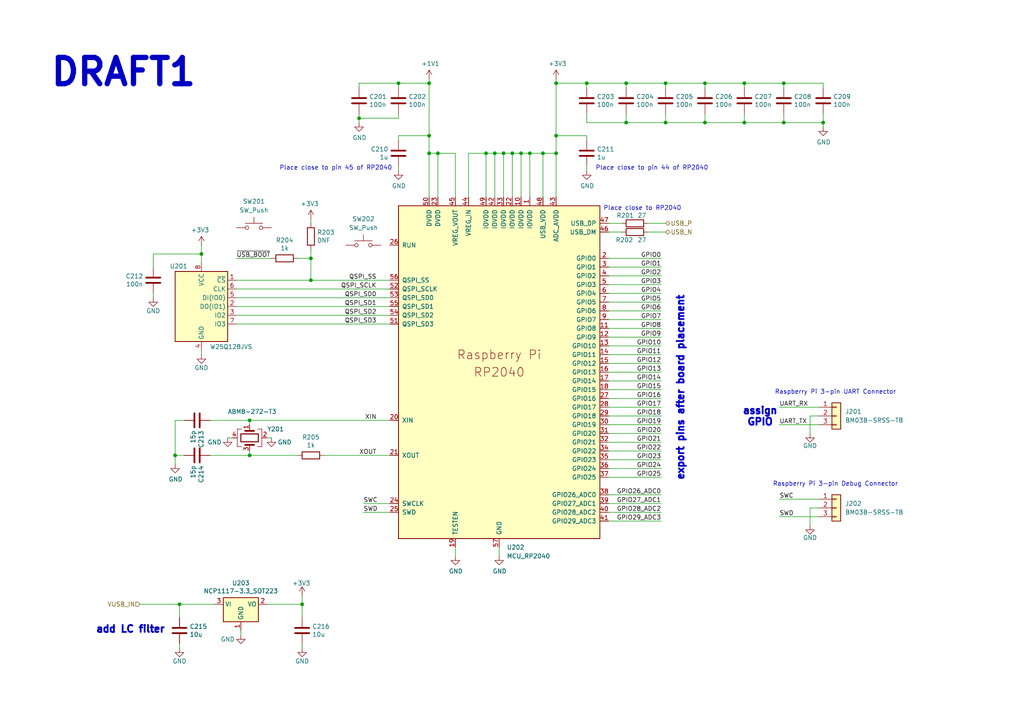
<source format=kicad_sch>
(kicad_sch (version 20231120) (generator "eeschema") (generator_version "8.0")
  (paper "A4")
  (lib_symbols
    (symbol "Connector_Generic:Conn_01x03" (pin_names (offset 1.016) hide)
      (property "Reference" "J" (at 0 5.08 0))
      (property "Value" "Conn_01x03" (at 0 -5.08 0))
      (symbol "Conn_01x03_1_1"
        (rectangle (start -1.27 -2.413) (end 0 -2.667) (stroke (width 0.1524)))
        (rectangle (start -1.27 0.127) (end 0 -0.127) (stroke (width 0.1524)))
        (rectangle (start -1.27 2.667) (end 0 2.413) (stroke (width 0.1524)))
        (rectangle (start -1.27 3.81) (end 1.27 -3.81) (stroke (width 0.254)) (fill (type background)))
        (pin passive line (at -5.08 2.54 0) (length 3.81) (name "Pin_1") (number "1"))
        (pin passive line (at -5.08 0 0) (length 3.81) (name "Pin_2") (number "2"))
        (pin passive line (at -5.08 -2.54 0) (length 3.81) (name "Pin_3") (number "3"))
      )
    )
    (symbol "Device:C" (pin_numbers hide) (pin_names (offset 0.254))
      (property "Reference" "C" (at 0.635 2.54 0))
      (property "Value" "C" (at 0.635 -2.54 0))
      (symbol "C_0_1"
        (polyline (pts (xy -2.032 -0.762) (xy 2.032 -0.762)) (stroke (width 0.508)))
        (polyline (pts (xy -2.032 0.762) (xy 2.032 0.762)) (stroke (width 0.508)))
      )
      (symbol "C_1_1"
        (pin passive line (at 0 3.81 270) (length 2.794) (name "~") (number "1"))
        (pin passive line (at 0 -3.81 90) (length 2.794) (name "~") (number "2"))
      )
    )
    (symbol "Device:Crystal_GND24" (pin_names (offset 1.016) hide)
      (property "Reference" "Y" (at 3.175 5.08 0))
      (property "Value" "Crystal_GND24" (at 3.175 3.175 0))
      (symbol "Crystal_GND24_0_1"
        (rectangle (start -1.143 2.54) (end 1.143 -2.54) (stroke (width 0.3048)))
        (polyline (pts (xy -2.54 0) (xy -2.032 0)))
        (polyline (pts (xy -2.032 -1.27) (xy -2.032 1.27)) (stroke (width 0.508)))
        (polyline (pts (xy 0 -3.81) (xy 0 -3.556)))
        (polyline (pts (xy 0 3.556) (xy 0 3.81)))
        (polyline (pts (xy 2.032 -1.27) (xy 2.032 1.27)) (stroke (width 0.508)))
        (polyline (pts (xy 2.032 0) (xy 2.54 0)))
        (polyline (pts (xy -2.54 -2.286) (xy -2.54 -3.556) (xy 2.54 -3.556) (xy 2.54 -2.286)))
        (polyline (pts (xy -2.54 2.286) (xy -2.54 3.556) (xy 2.54 3.556) (xy 2.54 2.286)))
      )
      (symbol "Crystal_GND24_1_1"
        (pin passive line (at -3.81 0 0) (length 1.27) (name "1") (number "1"))
        (pin passive line (at 0 5.08 270) (length 1.27) (name "2") (number "2"))
        (pin passive line (at 3.81 0 180) (length 1.27) (name "3") (number "3"))
        (pin passive line (at 0 -5.08 90) (length 1.27) (name "4") (number "4"))
      )
    )
    (symbol "Device:R" (pin_numbers hide) (pin_names (offset 0))
      (property "Reference" "R" (at 2.032 0 90))
      (property "Value" "R" (at 0 0 90))
      (symbol "R_0_1"
        (rectangle (start -1.016 -2.54) (end 1.016 2.54) (stroke (width 0.254)))
      )
      (symbol "R_1_1"
        (pin passive line (at 0 3.81 270) (length 1.27) (name "~") (number "1"))
        (pin passive line (at 0 -3.81 90) (length 1.27) (name "~") (number "2"))
      )
    )
    (symbol "LC_RFE:MCU_RP2040" (pin_names (offset 1.016))
      (property "Reference" "U2" (at -27.94 49.53 0))
      (property "Value" "MCU_RP2040" (at 25.4 -49.784 0))
      (symbol "MCU_RP2040_0_0"
        (text "Raspberry Pi" (at 0 5.08 0) (effects (font (size 2.54 2.54))))
        (text "RP2040" (at 0 0 0) (effects (font (size 2.54 2.54))))
      )
      (symbol "MCU_RP2040_0_1"
        (rectangle (start -29.21 48.26) (end 29.21 -48.26) (stroke (width 0.254)) (fill (type background)))
      )
      (symbol "MCU_RP2040_1_1"
        (pin power_in line (at 8.89 50.8 270) (length 2.54) (name "IOVDD") (number "1"))
        (pin power_in line (at 6.35 50.8 270) (length 2.54) (name "IOVDD") (number "10"))
        (pin bidirectional line (at 31.75 12.7 180) (length 2.54) (name "GPIO8") (number "11"))
        (pin bidirectional line (at 31.75 10.16 180) (length 2.54) (name "GPIO9") (number "12"))
        (pin bidirectional line (at 31.75 7.62 180) (length 2.54) (name "GPIO10") (number "13"))
        (pin bidirectional line (at 31.75 5.08 180) (length 2.54) (name "GPIO11") (number "14"))
        (pin bidirectional line (at 31.75 2.54 180) (length 2.54) (name "GPIO12") (number "15"))
        (pin bidirectional line (at 31.75 0 180) (length 2.54) (name "GPIO13") (number "16"))
        (pin bidirectional line (at 31.75 -2.54 180) (length 2.54) (name "GPIO14") (number "17"))
        (pin bidirectional line (at 31.75 -5.08 180) (length 2.54) (name "GPIO15") (number "18"))
        (pin passive line (at -12.7 -50.8 90) (length 2.54) (name "TESTEN") (number "19"))
        (pin bidirectional line (at 31.75 33.02 180) (length 2.54) (name "GPIO0") (number "2"))
        (pin input line (at -31.75 -13.97 0) (length 2.54) (name "XIN") (number "20"))
        (pin passive line (at -31.75 -24.13 0) (length 2.54) (name "XOUT") (number "21"))
        (pin power_in line (at 3.81 50.8 270) (length 2.54) (name "IOVDD") (number "22"))
        (pin power_in line (at -17.78 50.8 270) (length 2.54) (name "DVDD") (number "23"))
        (pin output line (at -31.75 -38.1 0) (length 2.54) (name "SWCLK") (number "24"))
        (pin bidirectional line (at -31.75 -40.64 0) (length 2.54) (name "SWD") (number "25"))
        (pin input line (at -31.75 36.83 0) (length 2.54) (name "RUN") (number "26"))
        (pin bidirectional line (at 31.75 -7.62 180) (length 2.54) (name "GPIO16") (number "27"))
        (pin bidirectional line (at 31.75 -10.16 180) (length 2.54) (name "GPIO17") (number "28"))
        (pin bidirectional line (at 31.75 -12.7 180) (length 2.54) (name "GPIO18") (number "29"))
        (pin bidirectional line (at 31.75 30.48 180) (length 2.54) (name "GPIO1") (number "3"))
        (pin bidirectional line (at 31.75 -15.24 180) (length 2.54) (name "GPIO19") (number "30"))
        (pin bidirectional line (at 31.75 -17.78 180) (length 2.54) (name "GPIO20") (number "31"))
        (pin bidirectional line (at 31.75 -20.32 180) (length 2.54) (name "GPIO21") (number "32"))
        (pin power_in line (at 1.27 50.8 270) (length 2.54) (name "IOVDD") (number "33"))
        (pin bidirectional line (at 31.75 -22.86 180) (length 2.54) (name "GPIO22") (number "34"))
        (pin bidirectional line (at 31.75 -25.4 180) (length 2.54) (name "GPIO23") (number "35"))
        (pin bidirectional line (at 31.75 -27.94 180) (length 2.54) (name "GPIO24") (number "36"))
        (pin bidirectional line (at 31.75 -30.48 180) (length 2.54) (name "GPIO25") (number "37"))
        (pin bidirectional line (at 31.75 -35.56 180) (length 2.54) (name "GPIO26_ADC0") (number "38"))
        (pin bidirectional line (at 31.75 -38.1 180) (length 2.54) (name "GPIO27_ADC1") (number "39"))
        (pin bidirectional line (at 31.75 27.94 180) (length 2.54) (name "GPIO2") (number "4"))
        (pin bidirectional line (at 31.75 -40.64 180) (length 2.54) (name "GPIO28_ADC2") (number "40"))
        (pin bidirectional line (at 31.75 -43.18 180) (length 2.54) (name "GPIO29_ADC3") (number "41"))
        (pin power_in line (at -1.27 50.8 270) (length 2.54) (name "IOVDD") (number "42"))
        (pin power_in line (at 16.51 50.8 270) (length 2.54) (name "ADC_AVDD") (number "43"))
        (pin power_in line (at -8.89 50.8 270) (length 2.54) (name "VREG_IN") (number "44"))
        (pin power_out line (at -12.7 50.8 270) (length 2.54) (name "VREG_VOUT") (number "45"))
        (pin bidirectional line (at 31.75 40.64 180) (length 2.54) (name "USB_DM") (number "46"))
        (pin bidirectional line (at 31.75 43.18 180) (length 2.54) (name "USB_DP") (number "47"))
        (pin power_in line (at 12.7 50.8 270) (length 2.54) (name "USB_VDD") (number "48"))
        (pin power_in line (at -3.81 50.8 270) (length 2.54) (name "IOVDD") (number "49"))
        (pin bidirectional line (at 31.75 25.4 180) (length 2.54) (name "GPIO3") (number "5"))
        (pin power_in line (at -20.32 50.8 270) (length 2.54) (name "DVDD") (number "50"))
        (pin bidirectional line (at -31.75 13.97 0) (length 2.54) (name "QSPI_SD3") (number "51"))
        (pin output line (at -31.75 24.13 0) (length 2.54) (name "QSPI_SCLK") (number "52"))
        (pin bidirectional line (at -31.75 21.59 0) (length 2.54) (name "QSPI_SD0") (number "53"))
        (pin bidirectional line (at -31.75 16.51 0) (length 2.54) (name "QSPI_SD2") (number "54"))
        (pin bidirectional line (at -31.75 19.05 0) (length 2.54) (name "QSPI_SD1") (number "55"))
        (pin bidirectional line (at -31.75 26.67 0) (length 2.54) (name "QSPI_SS") (number "56"))
        (pin power_in line (at 0 -50.8 90) (length 2.54) (name "GND") (number "57"))
        (pin bidirectional line (at 31.75 22.86 180) (length 2.54) (name "GPIO4") (number "6"))
        (pin bidirectional line (at 31.75 20.32 180) (length 2.54) (name "GPIO5") (number "7"))
        (pin bidirectional line (at 31.75 17.78 180) (length 2.54) (name "GPIO6") (number "8"))
        (pin bidirectional line (at 31.75 15.24 180) (length 2.54) (name "GPIO7") (number "9"))
      )
    )
    (symbol "Memory_Flash:W25Q128JVS"
      (property "Reference" "U" (at -8.89 8.89 0))
      (property "Value" "W25Q128JVS" (at 7.62 8.89 0))
      (symbol "W25Q128JVS_0_1"
        (rectangle (start -7.62 10.16) (end 7.62 -10.16) (stroke (width 0.254)) (fill (type background)))
      )
      (symbol "W25Q128JVS_1_1"
        (pin input line (at -10.16 7.62 0) (length 2.54) (name "~{CS}") (number "1"))
        (pin bidirectional line (at -10.16 0 0) (length 2.54) (name "DO(IO1)") (number "2"))
        (pin bidirectional line (at -10.16 -2.54 0) (length 2.54) (name "IO2") (number "3"))
        (pin power_in line (at 0 -12.7 90) (length 2.54) (name "GND") (number "4"))
        (pin bidirectional line (at -10.16 2.54 0) (length 2.54) (name "DI(IO0)") (number "5"))
        (pin input line (at -10.16 5.08 0) (length 2.54) (name "CLK") (number "6"))
        (pin bidirectional line (at -10.16 -5.08 0) (length 2.54) (name "IO3") (number "7"))
        (pin power_in line (at 0 12.7 270) (length 2.54) (name "VCC") (number "8"))
      )
    )
    (symbol "Regulator_Linear:NCP1117-3.3_SOT223"
      (property "Reference" "U" (at -3.81 3.175 0))
      (property "Value" "NCP1117-3.3_SOT223" (at 0 3.175 0))
      (symbol "NCP1117-3.3_SOT223_0_1"
        (rectangle (start -5.08 -5.08) (end 5.08 1.905) (stroke (width 0.254)) (fill (type background)))
      )
      (symbol "NCP1117-3.3_SOT223_1_1"
        (pin power_in line (at 0 -7.62 90) (length 2.54) (name "GND") (number "1"))
        (pin power_out line (at 7.62 0 180) (length 2.54) (name "VO") (number "2"))
        (pin power_in line (at -7.62 0 0) (length 2.54) (name "VI") (number "3"))
      )
    )
    (symbol "Switch:SW_Push" (pin_numbers hide) (pin_names (offset 1.016) hide)
      (property "Reference" "SW" (at 1.27 2.54 0))
      (property "Value" "SW_Push" (at 0 -1.524 0))
      (symbol "SW_Push_0_1"
        (circle (center -2.032 0) (radius 0.508))
        (polyline (pts (xy 0 1.27) (xy 0 3.048)))
        (polyline (pts (xy 2.54 1.27) (xy -2.54 1.27)))
        (circle (center 2.032 0) (radius 0.508))
        (pin passive line (at -5.08 0 0) (length 2.54) (name "1") (number "1"))
        (pin passive line (at 5.08 0 180) (length 2.54) (name "2") (number "2"))
      )
    )
    (symbol "power:+1V1" (power) (pin_names (offset 0))
      (property "Value" "+1V1" (at 0 3.556 0))
      (symbol "+1V1_0_1"
        (polyline (pts (xy -0.762 1.27) (xy 0 2.54)))
        (polyline (pts (xy 0 0) (xy 0 2.54)))
        (polyline (pts (xy 0 2.54) (xy 0.762 1.27)))
      )
      (symbol "+1V1_1_1"
        (pin power_in line (at 0 0 90) (length 0) hide (name "+1V1") (number "1"))
      )
    )
    (symbol "power:+3V3" (power) (pin_names (offset 0))
      (property "Value" "+3V3" (at 0 3.556 0))
      (symbol "+3V3_0_1"
        (polyline (pts (xy -0.762 1.27) (xy 0 2.54)))
        (polyline (pts (xy 0 0) (xy 0 2.54)))
        (polyline (pts (xy 0 2.54) (xy 0.762 1.27)))
      )
      (symbol "+3V3_1_1"
        (pin power_in line (at 0 0 90) (length 0) hide (name "+3V3") (number "1"))
      )
    )
    (symbol "power:GND" (power) (pin_names (offset 0))
      (property "Value" "GND" (at 0 -3.81 0))
      (symbol "GND_0_1"
        (polyline (pts (xy 0 0) (xy 0 -1.27) (xy 1.27 -1.27) (xy 0 -2.54) (xy -1.27 -1.27) (xy 0 -1.27)))
      )
      (symbol "GND_1_1"
        (pin power_in line (at 0 0 270) (length 0) hide (name "GND") (number "1"))
      )
    )
  )
  (junction (at 148.59 44.45))
  (junction (at 215.9 24.13))
  (junction (at 227.33 35.56))
  (junction (at 104.14 34.29))
  (junction (at 58.42 73.66))
  (junction (at 143.51 44.45))
  (junction (at 127 44.45))
  (junction (at 157.48 44.45))
  (junction (at 124.46 44.45))
  (junction (at 146.05 44.45))
  (junction (at 193.04 35.56))
  (junction (at 181.61 24.13))
  (junction (at 87.63 175.26))
  (junction (at 227.33 24.13))
  (junction (at 161.29 39.37))
  (junction (at 124.46 39.37))
  (junction (at 90.17 74.93))
  (junction (at 193.04 24.13))
  (junction (at 161.29 24.13))
  (junction (at 181.61 35.56))
  (junction (at 151.13 44.45))
  (junction (at 50.8 132.08))
  (junction (at 90.17 81.28))
  (junction (at 124.46 24.13))
  (junction (at 161.29 44.45))
  (junction (at 153.67 44.45))
  (junction (at 72.39 132.08))
  (junction (at 52.07 175.26))
  (junction (at 204.47 35.56))
  (junction (at 204.47 24.13))
  (junction (at 140.97 44.45))
  (junction (at 115.57 24.13))
  (junction (at 170.18 24.13))
  (junction (at 72.39 121.92))
  (junction (at 215.9 35.56))
  (junction (at 238.76 35.56))
  (wire (pts (xy 161.29 39.37) (xy 170.18 39.37)))
  (wire (pts (xy 176.53 128.27) (xy 191.77 128.27)))
  (wire (pts (xy 161.29 24.13) (xy 170.18 24.13)))
  (wire (pts (xy 68.58 91.44) (xy 113.03 91.44)))
  (wire (pts (xy 234.95 147.32) (xy 234.95 152.4)))
  (wire (pts (xy 176.53 105.41) (xy 191.77 105.41)))
  (wire (pts (xy 44.45 73.66) (xy 44.45 77.47)))
  (wire (pts (xy 227.33 35.56) (xy 238.76 35.56)))
  (wire (pts (xy 181.61 24.13) (xy 193.04 24.13)))
  (wire (pts (xy 181.61 33.02) (xy 181.61 35.56)))
  (wire (pts (xy 153.67 44.45) (xy 153.67 57.15)))
  (wire (pts (xy 176.53 118.11) (xy 191.77 118.11)))
  (wire (pts (xy 60.96 121.92) (xy 72.39 121.92)))
  (wire (pts (xy 105.41 148.59) (xy 113.03 148.59)))
  (wire (pts (xy 115.57 48.26) (xy 115.57 49.53)))
  (wire (pts (xy 72.39 123.19) (xy 72.39 121.92)))
  (wire (pts (xy 87.63 179.07) (xy 87.63 175.26)))
  (wire (pts (xy 157.48 44.45) (xy 161.29 44.45)))
  (wire (pts (xy 53.34 132.08) (xy 50.8 132.08)))
  (wire (pts (xy 176.53 95.25) (xy 191.77 95.25)))
  (wire (pts (xy 68.58 93.98) (xy 113.03 93.98)))
  (wire (pts (xy 143.51 44.45) (xy 146.05 44.45)))
  (wire (pts (xy 176.53 133.35) (xy 191.77 133.35)))
  (wire (pts (xy 50.8 132.08) (xy 50.8 134.62)))
  (wire (pts (xy 204.47 25.4) (xy 204.47 24.13)))
  (wire (pts (xy 227.33 33.02) (xy 227.33 35.56)))
  (wire (pts (xy 181.61 35.56) (xy 170.18 35.56)))
  (wire (pts (xy 115.57 24.13) (xy 124.46 24.13)))
  (wire (pts (xy 104.14 34.29) (xy 115.57 34.29)))
  (wire (pts (xy 127 44.45) (xy 124.46 44.45)))
  (wire (pts (xy 132.08 44.45) (xy 127 44.45)))
  (wire (pts (xy 68.58 83.82) (xy 113.03 83.82)))
  (wire (pts (xy 170.18 24.13) (xy 181.61 24.13)))
  (wire (pts (xy 238.76 25.4) (xy 238.76 24.13)))
  (wire (pts (xy 104.14 25.4) (xy 104.14 24.13)))
  (wire (pts (xy 161.29 44.45) (xy 161.29 57.15)))
  (wire (pts (xy 193.04 25.4) (xy 193.04 24.13)))
  (wire (pts (xy 193.04 33.02) (xy 193.04 35.56)))
  (wire (pts (xy 176.53 120.65) (xy 191.77 120.65)))
  (wire (pts (xy 86.36 74.93) (xy 90.17 74.93)))
  (wire (pts (xy 140.97 44.45) (xy 143.51 44.45)))
  (wire (pts (xy 176.53 135.89) (xy 191.77 135.89)))
  (wire (pts (xy 176.53 87.63) (xy 191.77 87.63)))
  (wire (pts (xy 157.48 57.15) (xy 157.48 44.45)))
  (wire (pts (xy 226.06 118.11) (xy 237.49 118.11)))
  (wire (pts (xy 204.47 24.13) (xy 215.9 24.13)))
  (wire (pts (xy 176.53 74.93) (xy 191.77 74.93)))
  (wire (pts (xy 93.98 132.08) (xy 113.03 132.08)))
  (wire (pts (xy 151.13 57.15) (xy 151.13 44.45)))
  (wire (pts (xy 176.53 90.17) (xy 191.77 90.17)))
  (wire (pts (xy 90.17 81.28) (xy 113.03 81.28)))
  (wire (pts (xy 215.9 25.4) (xy 215.9 24.13)))
  (wire (pts (xy 193.04 64.77) (xy 187.96 64.77)))
  (wire (pts (xy 62.23 175.26) (xy 52.07 175.26)))
  (wire (pts (xy 44.45 85.09) (xy 44.45 86.36)))
  (wire (pts (xy 227.33 24.13) (xy 238.76 24.13)))
  (wire (pts (xy 176.53 100.33) (xy 191.77 100.33)))
  (wire (pts (xy 40.64 175.26) (xy 52.07 175.26)))
  (wire (pts (xy 170.18 40.64) (xy 170.18 39.37)))
  (wire (pts (xy 144.78 158.75) (xy 144.78 161.29)))
  (wire (pts (xy 170.18 33.02) (xy 170.18 35.56)))
  (wire (pts (xy 124.46 22.86) (xy 124.46 24.13)))
  (wire (pts (xy 170.18 48.26) (xy 170.18 49.53)))
  (wire (pts (xy 58.42 71.12) (xy 58.42 73.66)))
  (wire (pts (xy 226.06 123.19) (xy 237.49 123.19)))
  (wire (pts (xy 176.53 82.55) (xy 191.77 82.55)))
  (wire (pts (xy 176.53 64.77) (xy 180.34 64.77)))
  (wire (pts (xy 176.53 146.05) (xy 191.77 146.05)))
  (wire (pts (xy 115.57 34.29) (xy 115.57 33.02)))
  (wire (pts (xy 87.63 175.26) (xy 87.63 172.72)))
  (wire (pts (xy 227.33 25.4) (xy 227.33 24.13)))
  (wire (pts (xy 77.47 127) (xy 78.74 127)))
  (wire (pts (xy 90.17 74.93) (xy 90.17 81.28)))
  (wire (pts (xy 151.13 44.45) (xy 153.67 44.45)))
  (wire (pts (xy 115.57 40.64) (xy 115.57 39.37)))
  (wire (pts (xy 215.9 35.56) (xy 204.47 35.56)))
  (wire (pts (xy 146.05 57.15) (xy 146.05 44.45)))
  (wire (pts (xy 237.49 120.65) (xy 234.95 120.65)))
  (wire (pts (xy 176.53 123.19) (xy 191.77 123.19)))
  (wire (pts (xy 193.04 67.31) (xy 187.96 67.31)))
  (wire (pts (xy 176.53 92.71) (xy 191.77 92.71)))
  (wire (pts (xy 193.04 35.56) (xy 181.61 35.56)))
  (wire (pts (xy 68.58 86.36) (xy 113.03 86.36)))
  (wire (pts (xy 58.42 73.66) (xy 58.42 76.2)))
  (wire (pts (xy 58.42 102.87) (xy 58.42 101.6)))
  (wire (pts (xy 153.67 44.45) (xy 157.48 44.45)))
  (wire (pts (xy 50.8 121.92) (xy 50.8 132.08)))
  (wire (pts (xy 227.33 35.56) (xy 215.9 35.56)))
  (wire (pts (xy 176.53 67.31) (xy 180.34 67.31)))
  (wire (pts (xy 44.45 73.66) (xy 58.42 73.66)))
  (wire (pts (xy 132.08 158.75) (xy 132.08 161.29)))
  (wire (pts (xy 140.97 57.15) (xy 140.97 44.45)))
  (wire (pts (xy 148.59 57.15) (xy 148.59 44.45)))
  (wire (pts (xy 104.14 34.29) (xy 104.14 35.56)))
  (wire (pts (xy 72.39 130.81) (xy 72.39 132.08)))
  (wire (pts (xy 87.63 186.69) (xy 87.63 187.96)))
  (wire (pts (xy 176.53 138.43) (xy 191.77 138.43)))
  (wire (pts (xy 226.06 149.86) (xy 237.49 149.86)))
  (wire (pts (xy 226.06 144.78) (xy 237.49 144.78)))
  (wire (pts (xy 115.57 25.4) (xy 115.57 24.13)))
  (wire (pts (xy 90.17 72.39) (xy 90.17 74.93)))
  (wire (pts (xy 90.17 64.77) (xy 90.17 63.5)))
  (wire (pts (xy 176.53 148.59) (xy 191.77 148.59)))
  (wire (pts (xy 124.46 39.37) (xy 124.46 44.45)))
  (wire (pts (xy 170.18 25.4) (xy 170.18 24.13)))
  (wire (pts (xy 176.53 107.95) (xy 191.77 107.95)))
  (wire (pts (xy 124.46 24.13) (xy 124.46 39.37)))
  (wire (pts (xy 77.47 175.26) (xy 87.63 175.26)))
  (wire (pts (xy 161.29 24.13) (xy 161.29 39.37)))
  (wire (pts (xy 161.29 22.86) (xy 161.29 24.13)))
  (wire (pts (xy 238.76 35.56) (xy 238.76 36.83)))
  (wire (pts (xy 176.53 77.47) (xy 191.77 77.47)))
  (wire (pts (xy 72.39 121.92) (xy 113.03 121.92)))
  (wire (pts (xy 176.53 125.73) (xy 191.77 125.73)))
  (wire (pts (xy 143.51 57.15) (xy 143.51 44.45)))
  (wire (pts (xy 176.53 115.57) (xy 191.77 115.57)))
  (wire (pts (xy 204.47 33.02) (xy 204.47 35.56)))
  (wire (pts (xy 105.41 146.05) (xy 113.03 146.05)))
  (wire (pts (xy 72.39 132.08) (xy 86.36 132.08)))
  (wire (pts (xy 176.53 113.03) (xy 191.77 113.03)))
  (wire (pts (xy 135.89 57.15) (xy 135.89 44.45)))
  (wire (pts (xy 53.34 121.92) (xy 50.8 121.92)))
  (wire (pts (xy 176.53 143.51) (xy 191.77 143.51)))
  (wire (pts (xy 115.57 39.37) (xy 124.46 39.37)))
  (wire (pts (xy 204.47 35.56) (xy 193.04 35.56)))
  (wire (pts (xy 181.61 25.4) (xy 181.61 24.13)))
  (wire (pts (xy 68.58 74.93) (xy 78.74 74.93)))
  (wire (pts (xy 127 57.15) (xy 127 44.45)))
  (wire (pts (xy 146.05 44.45) (xy 148.59 44.45)))
  (wire (pts (xy 69.85 182.88) (xy 69.85 184.15)))
  (wire (pts (xy 135.89 44.45) (xy 140.97 44.45)))
  (wire (pts (xy 193.04 24.13) (xy 204.47 24.13)))
  (wire (pts (xy 68.58 88.9) (xy 113.03 88.9)))
  (wire (pts (xy 124.46 44.45) (xy 124.46 57.15)))
  (wire (pts (xy 176.53 102.87) (xy 191.77 102.87)))
  (wire (pts (xy 176.53 151.13) (xy 191.77 151.13)))
  (wire (pts (xy 66.04 127) (xy 67.31 127)))
  (wire (pts (xy 176.53 130.81) (xy 191.77 130.81)))
  (wire (pts (xy 52.07 179.07) (xy 52.07 175.26)))
  (wire (pts (xy 176.53 110.49) (xy 191.77 110.49)))
  (wire (pts (xy 176.53 97.79) (xy 191.77 97.79)))
  (wire (pts (xy 161.29 39.37) (xy 161.29 44.45)))
  (wire (pts (xy 148.59 44.45) (xy 151.13 44.45)))
  (wire (pts (xy 68.58 81.28) (xy 90.17 81.28)))
  (wire (pts (xy 104.14 33.02) (xy 104.14 34.29)))
  (wire (pts (xy 60.96 132.08) (xy 72.39 132.08)))
  (wire (pts (xy 234.95 120.65) (xy 234.95 125.73)))
  (wire (pts (xy 104.14 24.13) (xy 115.57 24.13)))
  (wire (pts (xy 215.9 24.13) (xy 227.33 24.13)))
  (wire (pts (xy 238.76 33.02) (xy 238.76 35.56)))
  (wire (pts (xy 132.08 57.15) (xy 132.08 44.45)))
  (wire (pts (xy 237.49 147.32) (xy 234.95 147.32)))
  (wire (pts (xy 215.9 33.02) (xy 215.9 35.56)))
  (wire (pts (xy 176.53 80.01) (xy 191.77 80.01)))
  (wire (pts (xy 52.07 186.69) (xy 52.07 187.96)))
  (wire (pts (xy 176.53 85.09) (xy 191.77 85.09)))
  (text "Place close to pin 44 of RP2040" (at 172.72 49.53 0) (effects (font (size 1.27 1.27)) (justify left bottom)))
  (text "Raspberry Pi 3-pin UART Connector" (at 242.316 113.792 0) (effects (font (size 1.27 1.27))))
  (text "assign\nGPIO" (at 220.472 120.904 0) (effects (font (size 2.032 2.032) (thickness 1.524) (bold yes))))
  (text "export pins after board placement" (at 197.358 112.522 90) (effects (font (size 2.032 2.032) (thickness 1.524) (bold yes))))
  (text "Place close to RP2040" (at 175.006 61.214 0) (effects (font (size 1.27 1.27)) (justify left bottom)))
  (text "Place close to pin 45 of RP2040" (at 81.026 49.53 0) (effects (font (size 1.27 1.27)) (justify left bottom)))
  (text "DRAFT1" (at 35.814 21.082 0) (effects (font (size 7.62 7.62) (thickness 1.524) (bold yes))))
  (text "Raspberry Pi 3-pin Debug Connector" (at 242.316 140.462 0) (effects (font (size 1.27 1.27))))
  (text "add LC filter" (at 37.846 182.626 0) (effects (font (size 2.032 2.032) (thickness 1.524) (bold yes))))
  (label "SWD" (at 226.06 149.86 0))
  (label "GPIO23" (at 191.77 133.35 180))
  (label "GPIO3" (at 191.77 82.55 180))
  (label "GPIO29_ADC3" (at 191.77 151.13 180))
  (label "GPIO19" (at 191.77 123.19 180))
  (label "SWC" (at 105.41 146.05 0))
  (label "GPIO28_ADC2" (at 191.77 148.59 180))
  (label "SWD" (at 105.41 148.59 0))
  (label "GPIO20" (at 191.77 125.73 180))
  (label "QSPI_SS" (at 109.22 81.28 180))
  (label "QSPI_SD0" (at 109.22 86.36 180))
  (label "GPIO15" (at 191.77 113.03 180))
  (label "GPIO21" (at 191.77 128.27 180))
  (label "GPIO4" (at 191.77 85.09 180))
  (label "~{USB_BOOT}" (at 68.58 74.93 0))
  (label "QSPI_SD1" (at 109.22 88.9 180))
  (label "SWC" (at 226.06 144.78 0))
  (label "GPIO1" (at 191.77 77.47 180))
  (label "GPIO14" (at 191.77 110.49 180))
  (label "GPIO11" (at 191.77 102.87 180))
  (label "GPIO2" (at 191.77 80.01 180))
  (label "GPIO10" (at 191.77 100.33 180))
  (label "GPIO25" (at 191.77 138.43 180))
  (label "GPIO9" (at 191.77 97.79 180))
  (label "XIN" (at 109.22 121.92 180))
  (label "GPIO7" (at 191.77 92.71 180))
  (label "GPIO24" (at 191.77 135.89 180))
  (label "UART_TX" (at 226.06 123.19 0))
  (label "GPIO6" (at 191.77 90.17 180))
  (label "GPIO13" (at 191.77 107.95 180))
  (label "GPIO12" (at 191.77 105.41 180))
  (label "QSPI_SD3" (at 109.22 93.98 180))
  (label "GPIO16" (at 191.77 115.57 180))
  (label "GPIO17" (at 191.77 118.11 180))
  (label "GPIO8" (at 191.77 95.25 180))
  (label "UART_RX" (at 226.06 118.11 0))
  (label "GPIO22" (at 191.77 130.81 180))
  (label "GPIO26_ADC0" (at 191.77 143.51 180))
  (label "GPIO5" (at 191.77 87.63 180))
  (label "QSPI_SCLK" (at 109.22 83.82 180))
  (label "GPIO18" (at 191.77 120.65 180))
  (label "XOUT" (at 109.22 132.08 180))
  (label "QSPI_SD2" (at 109.22 91.44 180))
  (label "GPIO0" (at 191.77 74.93 180))
  (label "GPIO27_ADC1" (at 191.77 146.05 180))
  (hierarchical_label "USB_N" (shape bidirectional) (at 193.04 67.31 0))
  (hierarchical_label "VUSB_IN" (shape input) (at 40.64 175.26 180))
  (hierarchical_label "USB_P" (shape bidirectional) (at 193.04 64.77 0))
  (symbol (lib_id "Device:Crystal_GND24") (at 72.39 127 270) (unit 1)
    (property "Reference" "Y201" (at 77.47 124.46 90) (effects (justify left)))
    (property "Value" "ABM8-272-T3" (at 66.04 119.38 90) (effects (justify left)))
    (property "Footprint" "Crystal:Crystal_SMD_3225-4Pin_3.2x2.5mm" (effects (hide yes)))
  )
  (symbol (lib_id "Device:C") (at 238.76 29.21 0) (unit 1)
    (property "Reference" "C209" (at 241.681 28.0416 0) (effects (justify left)))
    (property "Value" "100n" (at 241.681 30.353 0) (effects (justify left)))
    (property "Footprint" "Capacitor_SMD:C_0402_1005Metric" (effects (hide yes)))
  )
  (symbol (lib_id "Device:C") (at 57.15 121.92 270) (unit 1)
    (property "Reference" "C213" (at 58.3184 124.841 0) (effects (justify left)))
    (property "Value" "15p" (at 56.007 124.841 0) (effects (justify left)))
    (property "Footprint" "Capacitor_SMD:C_0402_1005Metric" (effects (hide yes)))
  )
  (symbol (lib_id "Device:C") (at 193.04 29.21 0) (unit 1)
    (property "Reference" "C205" (at 195.961 28.0416 0) (effects (justify left)))
    (property "Value" "100n" (at 195.961 30.353 0) (effects (justify left)))
    (property "Footprint" "Capacitor_SMD:C_0402_1005Metric" (effects (hide yes)))
  )
  (symbol (lib_id "power:GND") (at 58.42 102.87 0) (mirror y) (unit 1)
    (property "Reference" "#PWR0210" (effects (hide yes)))
    (property "Value" "GND" (at 58.42 106.68 0))
  )
  (symbol (lib_id "Device:R") (at 184.15 64.77 270) (unit 1)
    (property "Reference" "R201" (at 181.356 62.484 90))
    (property "Value" "27" (at 186.182 62.484 90))
    (property "Footprint" "Resistor_SMD:R_0402_1005Metric" (effects (hide yes)))
  )
  (symbol (lib_id "Device:C") (at 52.07 182.88 0) (unit 1)
    (property "Reference" "C215" (at 54.991 181.7116 0) (effects (justify left)))
    (property "Value" "10u" (at 54.991 184.023 0) (effects (justify left)))
    (property "Footprint" "Capacitor_SMD:C_0805_2012Metric" (effects (hide yes)))
  )
  (symbol (lib_id "Regulator_Linear:NCP1117-3.3_SOT223") (at 69.85 175.26 0) (unit 1)
    (property "Reference" "U203" (at 69.85 169.1132 0))
    (property "Value" "NCP1117-3.3_SOT223" (at 69.85 171.4246 0))
    (property "Footprint" "Package_TO_SOT_SMD:SOT-223-3_TabPin2" (effects (hide yes)))
    (property "Datasheet" "http://www.onsemi.com/pub_link/Collateral/NCP1117-D.PDF" (effects (hide yes)))
  )
  (symbol (lib_id "Device:C") (at 227.33 29.21 0) (unit 1)
    (property "Reference" "C208" (at 230.251 28.0416 0) (effects (justify left)))
    (property "Value" "100n" (at 230.251 30.353 0) (effects (justify left)))
    (property "Footprint" "Capacitor_SMD:C_0402_1005Metric" (effects (hide yes)))
  )
  (symbol (lib_id "Device:C") (at 115.57 29.21 0) (unit 1)
    (property "Reference" "C202" (at 118.491 28.0416 0) (effects (justify left)))
    (property "Value" "100n" (at 118.491 30.353 0) (effects (justify left)))
    (property "Footprint" "Capacitor_SMD:C_0402_1005Metric" (effects (hide yes)))
  )
  (symbol (lib_id "Switch:SW_Push") (at 73.66 66.04 0) (unit 1)
    (property "Reference" "SW201" (at 73.66 58.42 0))
    (property "Value" "SW_Push" (at 73.66 60.96 0))
    (property "Description" "Push button switch, generic, two pins" (effects (hide yes)))
  )
  (symbol (lib_id "Device:C") (at 44.45 81.28 0) (mirror y) (unit 1)
    (property "Reference" "C212" (at 41.529 80.1116 0) (effects (justify left)))
    (property "Value" "100n" (at 41.529 82.423 0) (effects (justify left)))
    (property "Footprint" "Capacitor_SMD:C_0402_1005Metric" (effects (hide yes)))
  )
  (symbol (lib_id "power:GND") (at 115.57 49.53 0) (unit 1)
    (property "Reference" "#PWR0205" (effects (hide yes)))
    (property "Value" "GND" (at 115.697 53.9242 0))
  )
  (symbol (lib_id "Device:R") (at 82.55 74.93 90) (mirror x) (unit 1)
    (property "Reference" "R204" (at 82.55 69.6722 90))
    (property "Value" "1k" (at 82.55 71.9836 90))
    (property "Footprint" "Resistor_SMD:R_0402_1005Metric" (effects (hide yes)))
  )
  (symbol (lib_id "Device:C") (at 181.61 29.21 0) (unit 1)
    (property "Reference" "C204" (at 184.531 28.0416 0) (effects (justify left)))
    (property "Value" "100n" (at 184.531 30.353 0) (effects (justify left)))
    (property "Footprint" "Capacitor_SMD:C_0402_1005Metric" (effects (hide yes)))
  )
  (symbol (lib_id "Device:C") (at 87.63 182.88 0) (unit 1)
    (property "Reference" "C216" (at 90.551 181.7116 0) (effects (justify left)))
    (property "Value" "10u" (at 90.551 184.023 0) (effects (justify left)))
    (property "Footprint" "Capacitor_SMD:C_0805_2012Metric" (effects (hide yes)))
  )
  (symbol (lib_id "Device:C") (at 170.18 29.21 0) (unit 1)
    (property "Reference" "C203" (at 173.101 28.0416 0) (effects (justify left)))
    (property "Value" "100n" (at 173.101 30.353 0) (effects (justify left)))
    (property "Footprint" "Capacitor_SMD:C_0402_1005Metric" (effects (hide yes)))
  )
  (symbol (lib_id "Connector_Generic:Conn_01x03") (at 242.57 147.32 0) (unit 1)
    (property "Reference" "J202" (at 245.11 146.0499 0) (effects (justify left)))
    (property "Value" "BM03B-SRSS-TB" (at 245.11 148.5899 0) (effects (justify left)))
    (property "Description" "Generic connector, single row, 01x03, script generated (kicad-library-utils/schlib/autogen/connector/)" (effects (hide yes)))
  )
  (symbol (lib_id "Device:C") (at 115.57 44.45 0) (mirror y) (unit 1)
    (property "Reference" "C210" (at 112.649 43.2816 0) (effects (justify left)))
    (property "Value" "1u" (at 112.649 45.593 0) (effects (justify left)))
    (property "Footprint" "Capacitor_SMD:C_0402_1005Metric" (effects (hide yes)))
  )
  (symbol (lib_id "power:GND") (at 238.76 36.83 0) (unit 1)
    (property "Reference" "#PWR0204" (effects (hide yes)))
    (property "Value" "GND" (at 238.887 41.2242 0))
  )
  (symbol (lib_id "Connector_Generic:Conn_01x03") (at 242.57 120.65 0) (unit 1)
    (property "Reference" "J201" (at 245.11 119.3799 0) (effects (justify left)))
    (property "Value" "BM03B-SRSS-TB" (at 245.11 121.9199 0) (effects (justify left)))
    (property "Description" "Generic connector, single row, 01x03, script generated (kicad-library-utils/schlib/autogen/connector/)" (effects (hide yes)))
  )
  (symbol (lib_id "power:GND") (at 78.74 127 0) (unit 1)
    (property "Reference" "#PWR0213" (effects (hide yes)))
    (property "Value" "GND" (at 82.55 128.27 0))
  )
  (symbol (lib_id "power:GND") (at 132.08 161.29 0) (unit 1)
    (property "Reference" "#PWR0216" (effects (hide yes)))
    (property "Value" "GND" (at 132.207 165.6842 0))
  )
  (symbol (lib_id "Device:R") (at 90.17 132.08 270) (unit 1)
    (property "Reference" "R205" (at 90.17 126.8222 90))
    (property "Value" "1k" (at 90.17 129.1336 90))
    (property "Footprint" "Resistor_SMD:R_0402_1005Metric" (effects (hide yes)))
  )
  (symbol (lib_id "Device:C") (at 57.15 132.08 270) (unit 1)
    (property "Reference" "C214" (at 58.3184 135.001 0) (effects (justify left)))
    (property "Value" "15p" (at 56.007 135.001 0) (effects (justify left)))
    (property "Footprint" "Capacitor_SMD:C_0402_1005Metric" (effects (hide yes)))
  )
  (symbol (lib_id "power:GND") (at 44.45 86.36 0) (mirror y) (unit 1)
    (property "Reference" "#PWR0209" (effects (hide yes)))
    (property "Value" "GND" (at 44.45 90.17 0))
  )
  (symbol (lib_id "Device:R") (at 184.15 67.31 270) (unit 1)
    (property "Reference" "R202" (at 181.102 69.596 90))
    (property "Value" "27" (at 186.182 69.596 90))
    (property "Footprint" "Resistor_SMD:R_0402_1005Metric" (effects (hide yes)))
  )
  (symbol (lib_id "power:GND") (at 234.95 125.73 0) (unit 1)
    (property "Reference" "#PWR0211" (effects (hide yes)))
    (property "Value" "GND" (at 234.95 129.286 0))
  )
  (symbol (lib_id "power:+1V1") (at 124.46 22.86 0) (unit 1)
    (property "Reference" "#PWR0201" (effects (hide yes)))
    (property "Value" "+1V1" (at 124.841 18.4658 0))
  )
  (symbol (lib_id "power:+3V3") (at 90.17 63.5 0) (mirror y) (unit 1)
    (property "Reference" "#PWR0207" (effects (hide yes)))
    (property "Value" "+3V3" (at 89.789 59.1058 0))
  )
  (symbol (lib_id "power:+3V3") (at 87.63 172.72 0) (unit 1)
    (property "Reference" "#PWR0218" (effects (hide yes)))
    (property "Value" "+3V3" (at 87.376 169.164 0))
  )
  (symbol (lib_id "power:GND") (at 104.14 35.56 0) (unit 1)
    (property "Reference" "#PWR0203" (effects (hide yes)))
    (property "Value" "GND" (at 104.267 39.9542 0))
  )
  (symbol (lib_id "Switch:SW_Push") (at 105.41 71.12 0) (unit 1)
    (property "Reference" "SW202" (at 105.41 63.5 0))
    (property "Value" "SW_Push" (at 105.41 66.04 0))
    (property "Description" "Push button switch, generic, two pins" (effects (hide yes)))
  )
  (symbol (lib_id "power:GND") (at 170.18 49.53 0) (unit 1)
    (property "Reference" "#PWR0206" (effects (hide yes)))
    (property "Value" "GND" (at 170.307 53.9242 0))
  )
  (symbol (lib_id "Device:C") (at 104.14 29.21 0) (unit 1)
    (property "Reference" "C201" (at 107.061 28.0416 0) (effects (justify left)))
    (property "Value" "100n" (at 107.061 30.353 0) (effects (justify left)))
    (property "Footprint" "Capacitor_SMD:C_0402_1005Metric" (effects (hide yes)))
  )
  (symbol (lib_id "power:+3V3") (at 161.29 22.86 0) (unit 1)
    (property "Reference" "#PWR0202" (effects (hide yes)))
    (property "Value" "+3V3" (at 161.671 18.4658 0))
  )
  (symbol (lib_id "LC_RFE:MCU_RP2040") (at 144.78 107.95 0) (unit 1)
    (property "Reference" "U202" (at 146.9741 158.75 0) (effects (justify left)))
    (property "Value" "MCU_RP2040" (at 146.9741 161.29 0) (effects (justify left)))
    (property "Footprint" "LC_RFE:LQFN-56(7x7)" (effects (hide yes)))
  )
  (symbol (lib_id "power:GND") (at 52.07 187.96 0) (unit 1)
    (property "Reference" "#PWR0220" (effects (hide yes)))
    (property "Value" "GND" (at 52.07 191.77 0))
  )
  (symbol (lib_id "Memory_Flash:W25Q128JVS") (at 58.42 88.9 0) (mirror y) (unit 1)
    (property "Reference" "U201" (at 51.816 77.216 0))
    (property "Value" "W25Q128JVS" (at 67.056 100.584 0))
    (property "Footprint" "Package_SO:SOIC-8_5.23x5.23mm_P1.27mm" (effects (hide yes)))
    (property "Datasheet" "http://www.winbond.com/resource-files/w25q128jv_dtr%20revc%2003272018%20plus.pdf" (effects (hide yes)))
  )
  (symbol (lib_id "Device:R") (at 90.17 68.58 0) (unit 1)
    (property "Reference" "R203" (at 91.948 67.4116 0) (effects (justify left)))
    (property "Value" "DNF" (at 91.948 69.723 0) (effects (justify left)))
    (property "Footprint" "Resistor_SMD:R_0402_1005Metric" (effects (hide yes)))
  )
  (symbol (lib_id "power:GND") (at 144.78 161.29 0) (unit 1)
    (property "Reference" "#PWR0217" (effects (hide yes)))
    (property "Value" "GND" (at 144.907 165.6842 0))
  )
  (symbol (lib_id "power:GND") (at 66.04 127 0) (unit 1)
    (property "Reference" "#PWR0212" (effects (hide yes)))
    (property "Value" "GND" (at 62.23 128.27 0))
  )
  (symbol (lib_id "power:+3V3") (at 58.42 71.12 0) (mirror y) (unit 1)
    (property "Reference" "#PWR0208" (effects (hide yes)))
    (property "Value" "+3V3" (at 58.039 66.7258 0))
  )
  (symbol (lib_id "power:GND") (at 50.8 134.62 0) (unit 1)
    (property "Reference" "#PWR0214" (effects (hide yes)))
    (property "Value" "GND" (at 50.927 139.0142 0))
  )
  (symbol (lib_id "power:GND") (at 234.95 152.4 0) (unit 1)
    (property "Reference" "#PWR0215" (effects (hide yes)))
    (property "Value" "GND" (at 234.95 155.956 0))
  )
  (symbol (lib_id "power:GND") (at 87.63 187.96 0) (unit 1)
    (property "Reference" "#PWR0221" (effects (hide yes)))
    (property "Value" "GND" (at 87.63 191.77 0))
  )
  (symbol (lib_id "power:GND") (at 69.85 184.15 0) (unit 1)
    (property "Reference" "#PWR0219" (effects (hide yes)))
    (property "Value" "GND" (at 66.04 185.42 0))
  )
  (symbol (lib_id "Device:C") (at 204.47 29.21 0) (unit 1)
    (property "Reference" "C206" (at 207.391 28.0416 0) (effects (justify left)))
    (property "Value" "100n" (at 207.391 30.353 0) (effects (justify left)))
    (property "Footprint" "Capacitor_SMD:C_0402_1005Metric" (effects (hide yes)))
  )
  (symbol (lib_id "Device:C") (at 170.18 44.45 0) (unit 1)
    (property "Reference" "C211" (at 173.101 43.2816 0) (effects (justify left)))
    (property "Value" "1u" (at 173.101 45.593 0) (effects (justify left)))
    (property "Footprint" "Capacitor_SMD:C_0402_1005Metric" (effects (hide yes)))
  )
  (symbol (lib_id "Device:C") (at 215.9 29.21 0) (unit 1)
    (property "Reference" "C207" (at 218.821 28.0416 0) (effects (justify left)))
    (property "Value" "100n" (at 218.821 30.353 0) (effects (justify left)))
    (property "Footprint" "Capacitor_SMD:C_0402_1005Metric" (effects (hide yes)))
  )
)
</source>
